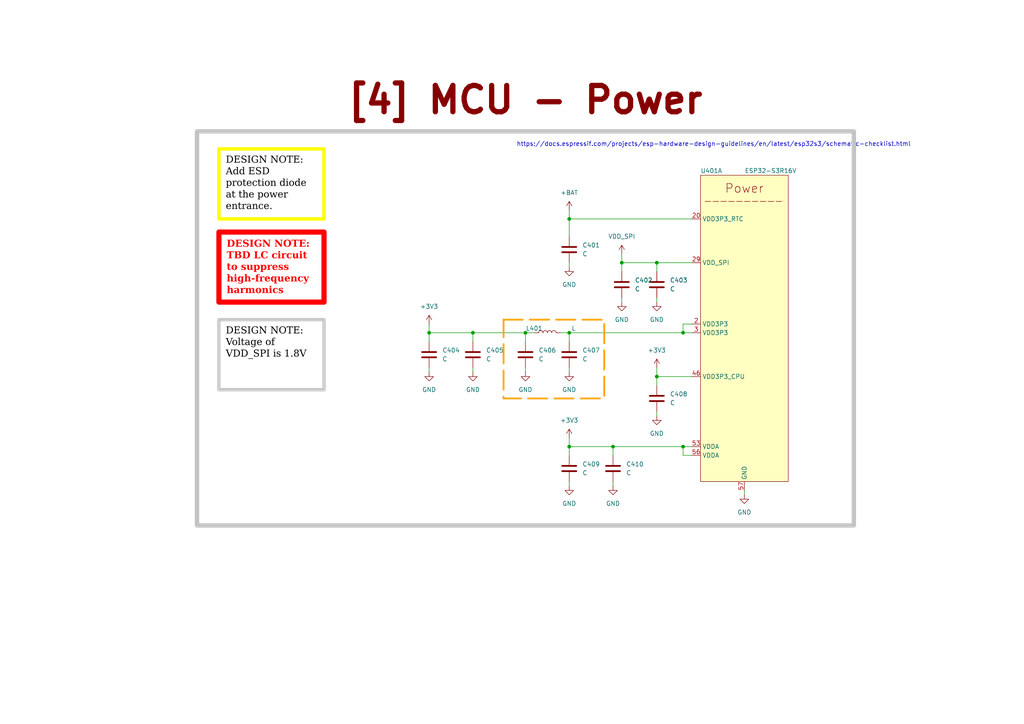
<source format=kicad_sch>
(kicad_sch (version 20231120) (generator "eeschema") (generator_version "8.0")
  (paper "A4")
  (title_block (date "2024-12-18") (rev "1.0") (company "kode."))
  (lib_symbols
    (symbol "0_mcu_espressif:ESP32-S3"
      (property "Reference" "U" (at 0 1.27 0))
      (property "Value" "ESP32-S3R16V" (at 20.32 1.27 0))
      (symbol "ESP32-S3_1_1"
        (polyline (pts (xy 1.27 -7.62) (xy 24.13 -7.62)) (stroke (width 0) (type dash)))
        (rectangle (start 0 0) (end 25.4 -88.9) (fill (type background)))
        (text "Power" (at 12.7 -3.81 0) (effects (font (size 2.54 2.54))))
        (pin unspecified line (at -2.54 -43.18 0) (length 2.54) (name "VDD3P3") (number "2"))
        (pin unspecified line (at -2.54 -12.7 0) (length 2.54) (name "VDD3P3_RTC") (number "20"))
        (pin unspecified line (at -2.54 -25.4 0) (length 2.54) (name "VDD_SPI") (number "29"))
        (pin unspecified line (at -2.54 -45.72 0) (length 2.54) (name "VDD3P3") (number "3"))
        (pin unspecified line (at -2.54 -58.42 0) (length 2.54) (name "VDD3P3_CPU") (number "46"))
        (pin unspecified line (at -2.54 -78.74 0) (length 2.54) (name "VDDA") (number "53"))
        (pin unspecified line (at -2.54 -81.28 0) (length 2.54) (name "VDDA") (number "56"))
        (pin unspecified line (at 12.7 -91.44 90) (length 2.54) (name "GND") (number "57"))
      )
      (symbol "ESP32-S3_2_1"
        (polyline (pts (xy 1.27 -7.62) (xy 24.13 -7.62)) (stroke (width 0) (type dash)))
        (rectangle (start 0 0) (end 25.4 -82.55) (fill (type background)))
        (text "IOs" (at 12.7 -3.81 0) (effects (font (size 2.54 2.54))))
        (pin unspecified line (at -2.54 -11.43 0) (length 2.54) (name "LNA_IN") (number "1"))
        (pin unspecified line (at 27.94 -24.13 180) (length 2.54) (name "GPIO5") (number "10"))
        (pin unspecified line (at 27.94 -26.67 180) (length 2.54) (name "GPIO6") (number "11"))
        (pin unspecified line (at 27.94 -29.21 180) (length 2.54) (name "GPIO7") (number "12"))
        (pin unspecified line (at 27.94 -31.75 180) (length 2.54) (name "GPIO8") (number "13"))
        (pin unspecified line (at 27.94 -34.29 180) (length 2.54) (name "GPIO9") (number "14"))
        (pin unspecified line (at 27.94 -36.83 180) (length 2.54) (name "GPIO10") (number "15"))
        (pin unspecified line (at 27.94 -39.37 180) (length 2.54) (name "GPIO11") (number "16"))
        (pin unspecified line (at 27.94 -41.91 180) (length 2.54) (name "GPIO12") (number "17"))
        (pin unspecified line (at 27.94 -44.45 180) (length 2.54) (name "GPIO13") (number "18"))
        (pin unspecified line (at 27.94 -46.99 180) (length 2.54) (name "GPIO14") (number "19"))
        (pin unspecified line (at 27.94 -49.53 180) (length 2.54) (name "XTAL_32K_P") (number "21"))
        (pin unspecified line (at 27.94 -52.07 180) (length 2.54) (name "XTAL_32K_N") (number "22"))
        (pin unspecified line (at 27.94 -54.61 180) (length 2.54) (name "GPIO17") (number "23"))
        (pin unspecified line (at 27.94 -57.15 180) (length 2.54) (name "GPIO18") (number "24"))
        (pin unspecified line (at -2.54 -41.91 0) (length 2.54) (name "GPIO19") (number "25"))
        (pin unspecified line (at -2.54 -44.45 0) (length 2.54) (name "GPIO20") (number "26"))
        (pin unspecified line (at 27.94 -59.69 180) (length 2.54) (name "GPIO21") (number "27"))
        (pin unspecified line (at -2.54 -64.77 0) (length 2.54) (name "SPIHD") (number "30"))
        (pin unspecified line (at -2.54 -67.31 0) (length 2.54) (name "SPIWP") (number "31"))
        (pin unspecified line (at -2.54 -69.85 0) (length 2.54) (name "SPICS0") (number "32"))
        (pin unspecified line (at -2.54 -72.39 0) (length 2.54) (name "SPICLK") (number "33"))
        (pin unspecified line (at -2.54 -74.93 0) (length 2.54) (name "SPIQ") (number "34"))
        (pin unspecified line (at -2.54 -77.47 0) (length 2.54) (name "SPID") (number "35"))
        (pin unspecified line (at -2.54 -57.15 0) (length 2.54) (name "SPICLK_N") (number "36"))
        (pin unspecified line (at -2.54 -59.69 0) (length 2.54) (name "SPICLK_P") (number "37"))
        (pin unspecified line (at 27.94 -62.23 180) (length 2.54) (name "GPIO33") (number "38"))
        (pin unspecified line (at 27.94 -64.77 180) (length 2.54) (name "GPIO34") (number "39"))
        (pin unspecified line (at -2.54 -16.51 0) (length 2.54) (name "CHIP_PU") (number "4"))
        (pin unspecified line (at 27.94 -67.31 180) (length 2.54) (name "GPIO35") (number "40"))
        (pin unspecified line (at 27.94 -69.85 180) (length 2.54) (name "GPIO36") (number "41"))
        (pin unspecified line (at 27.94 -72.39 180) (length 2.54) (name "GPIO37") (number "42"))
        (pin unspecified line (at 27.94 -74.93 180) (length 2.54) (name "GPIO38") (number "43"))
        (pin unspecified line (at -2.54 -29.21 0) (length 2.54) (name "MTCK") (number "44"))
        (pin unspecified line (at -2.54 -31.75 0) (length 2.54) (name "MTDO") (number "45"))
        (pin unspecified line (at -2.54 -34.29 0) (length 2.54) (name "MTDI") (number "47"))
        (pin unspecified line (at -2.54 -36.83 0) (length 2.54) (name "MTMS") (number "48"))
        (pin unspecified line (at -2.54 -49.53 0) (length 2.54) (name "U0TXD") (number "49"))
        (pin unspecified line (at 27.94 -11.43 180) (length 2.54) (name "GPIO0") (number "5"))
        (pin unspecified line (at -2.54 -52.07 0) (length 2.54) (name "U0RXD") (number "50"))
        (pin unspecified line (at 27.94 -77.47 180) (length 2.54) (name "GPIO45") (number "51"))
        (pin unspecified line (at 27.94 -80.01 180) (length 2.54) (name "GPIO46") (number "52"))
        (pin unspecified line (at -2.54 -24.13 0) (length 2.54) (name "XTAL_N") (number "53"))
        (pin unspecified line (at -2.54 -21.59 0) (length 2.54) (name "XTAL_P") (number "54"))
        (pin unspecified line (at 27.94 -13.97 180) (length 2.54) (name "GPIO1") (number "6"))
        (pin unspecified line (at 27.94 -16.51 180) (length 2.54) (name "GPIO2") (number "7"))
        (pin unspecified line (at 27.94 -19.05 180) (length 2.54) (name "GPIO3") (number "8"))
        (pin unspecified line (at 27.94 -21.59 180) (length 2.54) (name "GPIO4") (number "9"))
      )
    )
    (symbol "Device:C" (pin_numbers hide) (pin_names (offset 0.254))
      (property "Reference" "C" (at 0.635 2.54 0))
      (property "Value" "C" (at 0.635 -2.54 0))
      (symbol "C_0_1"
        (polyline (pts (xy -2.032 -0.762) (xy 2.032 -0.762)) (stroke (width 0.508)))
        (polyline (pts (xy -2.032 0.762) (xy 2.032 0.762)) (stroke (width 0.508)))
      )
      (symbol "C_1_1"
        (pin passive line (at 0 3.81 270) (length 2.794) (name "~") (number "1"))
        (pin passive line (at 0 -3.81 90) (length 2.794) (name "~") (number "2"))
      )
    )
    (symbol "Device:L" (pin_numbers hide) (pin_names (offset 1.016) hide)
      (property "Reference" "L" (at -1.27 0 90))
      (property "Value" "L" (at 1.905 0 90))
      (symbol "L_0_1"
        (arc (start 0 -2.54) (mid 0.6323 -1.905) (end 0 -1.27))
        (arc (start 0 -1.27) (mid 0.6323 -0.635) (end 0 0))
        (arc (start 0 0) (mid 0.6323 0.635) (end 0 1.27))
        (arc (start 0 1.27) (mid 0.6323 1.905) (end 0 2.54))
      )
      (symbol "L_1_1"
        (pin passive line (at 0 3.81 270) (length 1.27) (name "1") (number "1"))
        (pin passive line (at 0 -3.81 90) (length 1.27) (name "2") (number "2"))
      )
    )
    (symbol "power:+3V3" (power) (pin_numbers hide) (pin_names (offset 0) hide)
      (property "Value" "+3V3" (at 0 3.556 0))
      (symbol "+3V3_0_1"
        (polyline (pts (xy -0.762 1.27) (xy 0 2.54)))
        (polyline (pts (xy 0 0) (xy 0 2.54)))
        (polyline (pts (xy 0 2.54) (xy 0.762 1.27)))
      )
      (symbol "+3V3_1_1"
        (pin power_in line (at 0 0 90) (length 0) (name "~") (number "1"))
      )
    )
    (symbol "power:+BATT" (power) (pin_numbers hide) (pin_names (offset 0) hide)
      (property "Value" "+BATT" (at 0 3.556 0))
      (symbol "+BATT_0_1"
        (polyline (pts (xy -0.762 1.27) (xy 0 2.54)))
        (polyline (pts (xy 0 0) (xy 0 2.54)))
        (polyline (pts (xy 0 2.54) (xy 0.762 1.27)))
      )
      (symbol "+BATT_1_1"
        (pin power_in line (at 0 0 90) (length 0) (name "~") (number "1"))
      )
    )
    (symbol "power:GND" (power) (pin_numbers hide) (pin_names (offset 0) hide)
      (property "Value" "GND" (at 0 -3.81 0))
      (symbol "GND_0_1"
        (polyline (pts (xy 0 0) (xy 0 -1.27) (xy 1.27 -1.27) (xy 0 -2.54) (xy -1.27 -1.27) (xy 0 -1.27)))
      )
      (symbol "GND_1_1"
        (pin power_in line (at 0 0 270) (length 0) (name "~") (number "1"))
      )
    )
    (symbol "power:VDD" (power) (pin_numbers hide) (pin_names (offset 0) hide)
      (property "Value" "VDD" (at 0 3.556 0))
      (symbol "VDD_0_1"
        (polyline (pts (xy -0.762 1.27) (xy 0 2.54)))
        (polyline (pts (xy 0 0) (xy 0 2.54)))
        (polyline (pts (xy 0 2.54) (xy 0.762 1.27)))
      )
      (symbol "VDD_1_1"
        (pin power_in line (at 0 0 90) (length 0) (name "~") (number "1"))
      )
    )
  )
  (junction (at 180.34 76.2))
  (junction (at 198.12 129.54))
  (junction (at 124.46 96.52))
  (junction (at 190.5 76.2))
  (junction (at 165.1 129.54))
  (junction (at 165.1 96.52))
  (junction (at 190.5 109.22))
  (junction (at 165.1 63.5))
  (junction (at 177.8 129.54))
  (junction (at 152.4 96.52))
  (junction (at 137.16 96.52))
  (junction (at 198.12 96.52))
  (wire (pts (xy 165.1 106.68) (xy 165.1 107.95)))
  (wire (pts (xy 200.66 96.52) (xy 198.12 96.52)))
  (wire (pts (xy 180.34 73.66) (xy 180.34 76.2)))
  (wire (pts (xy 165.1 63.5) (xy 165.1 68.58)))
  (wire (pts (xy 180.34 86.36) (xy 180.34 87.63)))
  (wire (pts (xy 190.5 106.68) (xy 190.5 109.22)))
  (wire (pts (xy 165.1 139.7) (xy 165.1 140.97)))
  (wire (pts (xy 165.1 129.54) (xy 177.8 129.54)))
  (wire (pts (xy 200.66 132.08) (xy 198.12 132.08)))
  (wire (pts (xy 190.5 111.76) (xy 190.5 109.22)))
  (wire (pts (xy 215.9 142.24) (xy 215.9 143.51)))
  (wire (pts (xy 165.1 60.96) (xy 165.1 63.5)))
  (wire (pts (xy 198.12 93.98) (xy 200.66 93.98)))
  (wire (pts (xy 198.12 96.52) (xy 198.12 93.98)))
  (wire (pts (xy 177.8 129.54) (xy 198.12 129.54)))
  (wire (pts (xy 165.1 63.5) (xy 200.66 63.5)))
  (wire (pts (xy 190.5 76.2) (xy 200.66 76.2)))
  (wire (pts (xy 165.1 76.2) (xy 165.1 77.47)))
  (wire (pts (xy 190.5 119.38) (xy 190.5 120.65)))
  (wire (pts (xy 137.16 96.52) (xy 137.16 99.06)))
  (wire (pts (xy 124.46 106.68) (xy 124.46 107.95)))
  (wire (pts (xy 162.56 96.52) (xy 165.1 96.52)))
  (wire (pts (xy 137.16 96.52) (xy 152.4 96.52)))
  (wire (pts (xy 198.12 132.08) (xy 198.12 129.54)))
  (wire (pts (xy 152.4 96.52) (xy 154.94 96.52)))
  (wire (pts (xy 152.4 106.68) (xy 152.4 107.95)))
  (wire (pts (xy 198.12 129.54) (xy 200.66 129.54)))
  (wire (pts (xy 190.5 86.36) (xy 190.5 87.63)))
  (wire (pts (xy 177.8 129.54) (xy 177.8 132.08)))
  (wire (pts (xy 124.46 93.98) (xy 124.46 96.52)))
  (wire (pts (xy 177.8 139.7) (xy 177.8 140.97)))
  (wire (pts (xy 165.1 127) (xy 165.1 129.54)))
  (wire (pts (xy 165.1 96.52) (xy 198.12 96.52)))
  (wire (pts (xy 124.46 96.52) (xy 137.16 96.52)))
  (wire (pts (xy 124.46 99.06) (xy 124.46 96.52)))
  (wire (pts (xy 165.1 132.08) (xy 165.1 129.54)))
  (wire (pts (xy 152.4 96.52) (xy 152.4 99.06)))
  (wire (pts (xy 165.1 96.52) (xy 165.1 99.06)))
  (wire (pts (xy 180.34 76.2) (xy 190.5 76.2)))
  (wire (pts (xy 180.34 78.74) (xy 180.34 76.2)))
  (wire (pts (xy 137.16 106.68) (xy 137.16 107.95)))
  (wire (pts (xy 190.5 78.74) (xy 190.5 76.2)))
  (wire (pts (xy 190.5 109.22) (xy 200.66 109.22)))
  (rectangle (start 57.15 38.1) (end 247.65 152.4) (stroke (width 1.27) (color 194 194 194 1)))
  (rectangle (start 146.05 92.71) (end 175.26 115.57) (stroke (width 0.508) (type dash) (color 255 153 0 1)))
  (text_box "DESIGN NOTE:\nTBD LC circuit to suppress high-frequency harmonics" (at 63.5 67.31 0) (size 30.48 20.32) (stroke (width 1.5) (color 255 0 0 1)) (effects (font (size 2 2) (thickness 0.4) (bold yes)) (justify left top)))
  (text_box "DESIGN NOTE:\nVoltage of VDD_SPI is 1.8V" (at 63.5 92.71 0) (size 30.48 20.32) (stroke (width 1) (color 200 200 200 1)) (effects (font (size 2 2)) (justify left top)))
  (text_box "DESIGN NOTE:\nAdd ESD protection diode at the power entrance." (at 63.5 43.18 0) (size 30.48 20.32) (stroke (width 1) (color 255 255 0 1)) (effects (font (size 2 2)) (justify left top)))
  (text "https://docs.espressif.com/projects/esp-hardware-design-guidelines/en/latest/esp32s3/schematic-checklist.html" (at 207.01 41.91 0) (effects (font (size 1.27 1.27))))
  (text "[4] MCU - Power" (at 152.4 29.21 0) (effects (font (size 7.62 7.62) (thickness 1.524) (bold yes))))
  (symbol (lib_id "Device:C") (at 165.1 102.87 0) (unit 1)
    (property "Reference" "C407" (at 168.91 101.6 0) (effects (justify left)))
    (property "Value" "C" (at 168.91 104.14 0) (effects (justify left)))
    (property "Description" "Unpolarized capacitor" (effects (hide yes)))
  )
  (symbol (lib_id "power:GND") (at 124.46 107.95 0) (unit 1)
    (property "Reference" "#PWR408" (effects (hide yes)))
    (property "Value" "GND" (at 124.46 113.03 0))
    (property "Description" "Power symbol creates a global label with name \"GND\" , ground" (effects (hide yes)))
  )
  (symbol (lib_id "Device:C") (at 165.1 72.39 0) (unit 1)
    (property "Reference" "C401" (at 168.91 71.12 0) (effects (justify left)))
    (property "Value" "C" (at 168.91 73.66 0) (effects (justify left)))
    (property "Description" "Unpolarized capacitor" (effects (hide yes)))
  )
  (symbol (lib_id "power:+3V3") (at 190.5 106.68 0) (unit 1)
    (property "Reference" "#PWR407" (effects (hide yes)))
    (property "Value" "+3V3" (at 190.5 101.6 0))
    (property "Description" "Power symbol creates a global label with name \"+3V3\"" (effects (hide yes)))
  )
  (symbol (lib_id "Device:C") (at 190.5 115.57 0) (unit 1)
    (property "Reference" "C408" (at 194.31 114.3 0) (effects (justify left)))
    (property "Value" "C" (at 194.31 116.84 0) (effects (justify left)))
    (property "Description" "Unpolarized capacitor" (effects (hide yes)))
  )
  (symbol (lib_id "Device:C") (at 180.34 82.55 0) (unit 1)
    (property "Reference" "C402" (at 184.15 81.28 0) (effects (justify left)))
    (property "Value" "C" (at 184.15 83.82 0) (effects (justify left)))
    (property "Description" "Unpolarized capacitor" (effects (hide yes)))
  )
  (symbol (lib_id "power:+BATT") (at 165.1 60.96 0) (unit 1)
    (property "Reference" "#PWR401" (effects (hide yes)))
    (property "Value" "+BAT" (at 165.1 55.88 0))
    (property "Description" "Power symbol creates a global label with name \"+BATT\"" (effects (hide yes)))
  )
  (symbol (lib_id "Device:C") (at 124.46 102.87 0) (unit 1)
    (property "Reference" "C404" (at 128.27 101.6 0) (effects (justify left)))
    (property "Value" "C" (at 128.27 104.14 0) (effects (justify left)))
    (property "Description" "Unpolarized capacitor" (effects (hide yes)))
  )
  (symbol (lib_id "power:GND") (at 137.16 107.95 0) (unit 1)
    (property "Reference" "#PWR409" (effects (hide yes)))
    (property "Value" "GND" (at 137.16 113.03 0))
    (property "Description" "Power symbol creates a global label with name \"GND\" , ground" (effects (hide yes)))
  )
  (symbol (lib_id "Device:C") (at 165.1 135.89 0) (unit 1)
    (property "Reference" "C409" (at 168.91 134.62 0) (effects (justify left)))
    (property "Value" "C" (at 168.91 137.16 0) (effects (justify left)))
    (property "Description" "Unpolarized capacitor" (effects (hide yes)))
  )
  (symbol (lib_id "power:+3V3") (at 165.1 127 0) (unit 1)
    (property "Reference" "#PWR413" (effects (hide yes)))
    (property "Value" "+3V3" (at 165.1 121.92 0))
    (property "Description" "Power symbol creates a global label with name \"+3V3\"" (effects (hide yes)))
  )
  (symbol (lib_id "power:GND") (at 165.1 107.95 0) (unit 1)
    (property "Reference" "#PWR411" (effects (hide yes)))
    (property "Value" "GND" (at 165.1 113.03 0))
    (property "Description" "Power symbol creates a global label with name \"GND\" , ground" (effects (hide yes)))
  )
  (symbol (lib_id "power:GND") (at 165.1 77.47 0) (unit 1)
    (property "Reference" "#PWR403" (effects (hide yes)))
    (property "Value" "GND" (at 165.1 82.55 0))
    (property "Description" "Power symbol creates a global label with name \"GND\" , ground" (effects (hide yes)))
  )
  (symbol (lib_id "Device:C") (at 190.5 82.55 0) (unit 1)
    (property "Reference" "C403" (at 194.31 81.28 0) (effects (justify left)))
    (property "Value" "C" (at 194.31 83.82 0) (effects (justify left)))
    (property "Description" "Unpolarized capacitor" (effects (hide yes)))
  )
  (symbol (lib_id "Device:L") (at 158.75 96.52 90) (unit 1)
    (property "Reference" "L401" (at 154.94 95.25 90))
    (property "Value" "L" (at 166.37 95.25 90))
    (property "Description" "Inductor" (effects (hide yes)))
  )
  (symbol (lib_id "0_mcu_espressif:ESP32-S3") (at 203.2 50.8 0) (unit 1)
    (property "Reference" "U401" (at 203.2 49.53 0) (effects (justify left)))
    (property "Value" "ESP32-S3R16V" (at 223.52 49.53 0))
    (property "Footprint" "0_mcu_espressif:ESP32-S3R16V" (effects (hide yes)))
    (property "Datasheet" "https://www.espressif.com/sites/default/files/documentation/esp32-s3_datasheet_en.pdf" (effects (hide yes)))
    (property "Description" "Espressif Xtensa 32-bit dual-core, Wi-Fi/Bluetooth, 16MB PSRAM, 45 GPIOS, QFN56" (effects (hide yes)))
    (property "kode PN" "DOTU001" (effects (hide yes)))
    (property "Manufacturer" "Espressif" (effects (hide yes)))
    (property "Manufacturer PN" "ESP32-S3R16V" (effects (hide yes)))
    (property "Supplier 1" "Mouser" (effects (hide yes)))
    (property "Supplier 1 PN" "356-ESP32-S3R16V" (effects (hide yes)))
  )
  (symbol (lib_id "power:GND") (at 180.34 87.63 0) (unit 1)
    (property "Reference" "#PWR404" (effects (hide yes)))
    (property "Value" "GND" (at 180.34 92.71 0))
    (property "Description" "Power symbol creates a global label with name \"GND\" , ground" (effects (hide yes)))
  )
  (symbol (lib_id "power:VDD") (at 180.34 73.66 0) (unit 1)
    (property "Reference" "#PWR402" (effects (hide yes)))
    (property "Value" "VDD_SPI" (at 180.34 68.58 0))
    (property "Description" "Power symbol creates a global label with name \"VDD\"" (effects (hide yes)))
  )
  (symbol (lib_id "Device:C") (at 152.4 102.87 0) (unit 1)
    (property "Reference" "C406" (at 156.21 101.6 0) (effects (justify left)))
    (property "Value" "C" (at 156.21 104.14 0) (effects (justify left)))
    (property "Description" "Unpolarized capacitor" (effects (hide yes)))
  )
  (symbol (lib_id "power:GND") (at 190.5 87.63 0) (unit 1)
    (property "Reference" "#PWR405" (effects (hide yes)))
    (property "Value" "GND" (at 190.5 92.71 0))
    (property "Description" "Power symbol creates a global label with name \"GND\" , ground" (effects (hide yes)))
  )
  (symbol (lib_id "power:GND") (at 190.5 120.65 0) (unit 1)
    (property "Reference" "#PWR412" (effects (hide yes)))
    (property "Value" "GND" (at 190.5 125.73 0))
    (property "Description" "Power symbol creates a global label with name \"GND\" , ground" (effects (hide yes)))
  )
  (symbol (lib_id "power:GND") (at 215.9 143.51 0) (unit 1)
    (property "Reference" "#PWR416" (effects (hide yes)))
    (property "Value" "GND" (at 215.9 148.59 0))
    (property "Description" "Power symbol creates a global label with name \"GND\" , ground" (effects (hide yes)))
  )
  (symbol (lib_id "power:GND") (at 177.8 140.97 0) (unit 1)
    (property "Reference" "#PWR415" (effects (hide yes)))
    (property "Value" "GND" (at 177.8 146.05 0))
    (property "Description" "Power symbol creates a global label with name \"GND\" , ground" (effects (hide yes)))
  )
  (symbol (lib_id "power:GND") (at 152.4 107.95 0) (unit 1)
    (property "Reference" "#PWR410" (effects (hide yes)))
    (property "Value" "GND" (at 152.4 113.03 0))
    (property "Description" "Power symbol creates a global label with name \"GND\" , ground" (effects (hide yes)))
  )
  (symbol (lib_id "Device:C") (at 177.8 135.89 0) (unit 1)
    (property "Reference" "C410" (at 181.61 134.62 0) (effects (justify left)))
    (property "Value" "C" (at 181.61 137.16 0) (effects (justify left)))
    (property "Description" "Unpolarized capacitor" (effects (hide yes)))
  )
  (symbol (lib_id "power:GND") (at 165.1 140.97 0) (unit 1)
    (property "Reference" "#PWR414" (effects (hide yes)))
    (property "Value" "GND" (at 165.1 146.05 0))
    (property "Description" "Power symbol creates a global label with name \"GND\" , ground" (effects (hide yes)))
  )
  (symbol (lib_id "Device:C") (at 137.16 102.87 0) (unit 1)
    (property "Reference" "C405" (at 140.97 101.6 0) (effects (justify left)))
    (property "Value" "C" (at 140.97 104.14 0) (effects (justify left)))
    (property "Description" "Unpolarized capacitor" (effects (hide yes)))
  )
  (symbol (lib_id "power:+3V3") (at 124.46 93.98 0) (unit 1)
    (property "Reference" "#PWR406" (effects (hide yes)))
    (property "Value" "+3V3" (at 124.46 88.9 0))
    (property "Description" "Power symbol creates a global label with name \"+3V3\"" (effects (hide yes)))
  )
)
</source>
